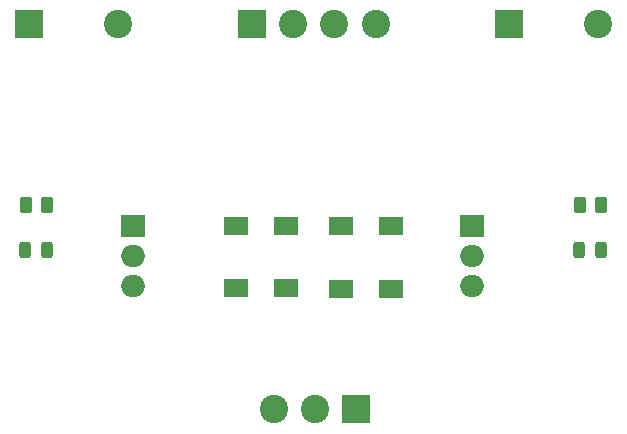
<source format=gbr>
%TF.GenerationSoftware,KiCad,Pcbnew,7.0.2-0*%
%TF.CreationDate,2023-11-27T08:52:52-05:00*%
%TF.ProjectId,PowerSupply,506f7765-7253-4757-9070-6c792e6b6963,rev?*%
%TF.SameCoordinates,Original*%
%TF.FileFunction,Soldermask,Top*%
%TF.FilePolarity,Negative*%
%FSLAX46Y46*%
G04 Gerber Fmt 4.6, Leading zero omitted, Abs format (unit mm)*
G04 Created by KiCad (PCBNEW 7.0.2-0) date 2023-11-27 08:52:52*
%MOMM*%
%LPD*%
G01*
G04 APERTURE LIST*
G04 Aperture macros list*
%AMRoundRect*
0 Rectangle with rounded corners*
0 $1 Rounding radius*
0 $2 $3 $4 $5 $6 $7 $8 $9 X,Y pos of 4 corners*
0 Add a 4 corners polygon primitive as box body*
4,1,4,$2,$3,$4,$5,$6,$7,$8,$9,$2,$3,0*
0 Add four circle primitives for the rounded corners*
1,1,$1+$1,$2,$3*
1,1,$1+$1,$4,$5*
1,1,$1+$1,$6,$7*
1,1,$1+$1,$8,$9*
0 Add four rect primitives between the rounded corners*
20,1,$1+$1,$2,$3,$4,$5,0*
20,1,$1+$1,$4,$5,$6,$7,0*
20,1,$1+$1,$6,$7,$8,$9,0*
20,1,$1+$1,$8,$9,$2,$3,0*%
G04 Aperture macros list end*
%ADD10R,2.100000X1.500000*%
%ADD11R,2.400000X2.400000*%
%ADD12C,2.400000*%
%ADD13RoundRect,0.250000X-0.262500X-0.450000X0.262500X-0.450000X0.262500X0.450000X-0.262500X0.450000X0*%
%ADD14RoundRect,0.243750X-0.243750X-0.456250X0.243750X-0.456250X0.243750X0.456250X-0.243750X0.456250X0*%
%ADD15R,2.000000X1.905000*%
%ADD16O,2.000000X1.905000*%
G04 APERTURE END LIST*
D10*
%TO.C,D3*%
X157979000Y-73533000D03*
X162179000Y-73533000D03*
%TD*%
%TO.C,D2*%
X149089000Y-78740000D03*
X153289000Y-78740000D03*
%TD*%
D11*
%TO.C,C2*%
X172212000Y-56388000D03*
D12*
X179712000Y-56388000D03*
%TD*%
D11*
%TO.C,J1*%
X150409000Y-56388000D03*
D12*
X153909000Y-56388000D03*
X157409000Y-56388000D03*
X160909000Y-56388000D03*
%TD*%
D13*
%TO.C,R1*%
X131271000Y-71755000D03*
X133096000Y-71755000D03*
%TD*%
D14*
%TO.C,D6*%
X178132500Y-75565000D03*
X180007500Y-75565000D03*
%TD*%
D10*
%TO.C,D1*%
X149089000Y-73533000D03*
X153289000Y-73533000D03*
%TD*%
D15*
%TO.C,U1*%
X140335000Y-73533000D03*
D16*
X140335000Y-76073000D03*
X140335000Y-78613000D03*
%TD*%
D13*
%TO.C,R2*%
X178181000Y-71755000D03*
X180006000Y-71755000D03*
%TD*%
D11*
%TO.C,C1*%
X131565000Y-56388000D03*
D12*
X139065000Y-56388000D03*
%TD*%
D14*
%TO.C,D5*%
X131221000Y-75565000D03*
X133096000Y-75565000D03*
%TD*%
D10*
%TO.C,D4*%
X157979000Y-78867000D03*
X162179000Y-78867000D03*
%TD*%
D11*
%TO.C,J2*%
X159273000Y-89027000D03*
D12*
X155773000Y-89027000D03*
X152273000Y-89027000D03*
%TD*%
D15*
%TO.C,U2*%
X169037000Y-73533000D03*
D16*
X169037000Y-76073000D03*
X169037000Y-78613000D03*
%TD*%
M02*

</source>
